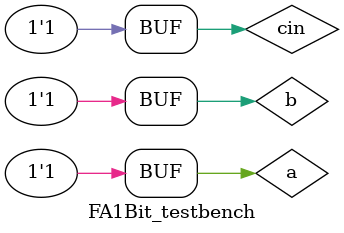
<source format=v>
`timescale 1ns / 1ps


module FA1Bit_testbench;

	// Inputs
	reg a;
	reg b;
	reg cin;

	// Outputs
	wire sum;
	wire co;

	// Instantiate the Unit Under Test (UUT)
	FullAdder1Bit uut (
		.a(a), 
		.b(b), 
		.cin(cin), 
		.sum(sum), 
		.co(co)
	);

	initial begin
		// Initialize Inputs
		a = 0;
		b = 0;
		cin = 0;

		// Wait 100 ns for global reset to finish

		// Add stimulus here
				#100;
      a = 0;
		b = 1;


		// Wait 100 ns for global reset to finish
		#100;
		a = 1;
		b = 0;


		// Wait 100 ns for global reset to finish
		#100;
		a = 1;
		b = 1;


		// Wait 100 ns for global reset to finish
		#100;
		a = 0;
		b = 0;
		cin = 1;

		// Wait 100 ns for global reset to finish
		#100;
      a = 0;
		b = 1;


		// Wait 100 ns for global reset to finish
		#100;
		a = 1;
		b = 0;


		// Wait 100 ns for global reset to finish
		#100;
		a = 1;
		b = 1;


		// Wait 100 ns for global reset to finish
		#100;
	end
      
endmodule


</source>
